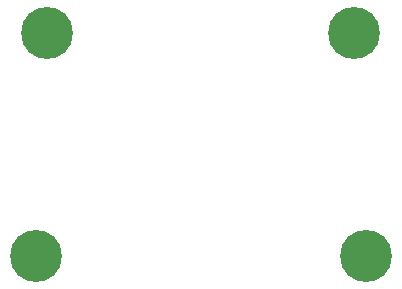
<source format=gbr>
%TF.GenerationSoftware,KiCad,Pcbnew,7.0.7*%
%TF.CreationDate,2024-07-04T01:04:12-04:00*%
%TF.ProjectId,chocV-top,63686f63-562d-4746-9f70-2e6b69636164,rev?*%
%TF.SameCoordinates,Original*%
%TF.FileFunction,Soldermask,Bot*%
%TF.FilePolarity,Negative*%
%FSLAX46Y46*%
G04 Gerber Fmt 4.6, Leading zero omitted, Abs format (unit mm)*
G04 Created by KiCad (PCBNEW 7.0.7) date 2024-07-04 01:04:12*
%MOMM*%
%LPD*%
G01*
G04 APERTURE LIST*
%ADD10C,0.700000*%
%ADD11C,4.400000*%
G04 APERTURE END LIST*
D10*
%TO.C,H1*%
X94350000Y-93000000D03*
X94833274Y-91833274D03*
X94833274Y-94166726D03*
X96000000Y-91350000D03*
D11*
X96000000Y-93000000D03*
D10*
X96000000Y-94650000D03*
X97166726Y-91833274D03*
X97166726Y-94166726D03*
X97650000Y-93000000D03*
%TD*%
%TO.C,H2*%
X121350000Y-74000000D03*
X121833274Y-72833274D03*
X121833274Y-75166726D03*
X123000000Y-72350000D03*
D11*
X123000000Y-74100000D03*
D10*
X123000000Y-75650000D03*
X124166726Y-72833274D03*
X124166726Y-75166726D03*
X124650000Y-74000000D03*
%TD*%
%TO.C,H4*%
X95350000Y-74100000D03*
X95833274Y-72933274D03*
X95833274Y-75266726D03*
X97000000Y-72450000D03*
D11*
X97000000Y-74100000D03*
D10*
X97000000Y-75750000D03*
X98166726Y-72933274D03*
X98166726Y-75266726D03*
X98650000Y-74100000D03*
%TD*%
%TO.C,H6*%
X122350000Y-93000000D03*
X122833274Y-91833274D03*
X122833274Y-94166726D03*
X124000000Y-91350000D03*
D11*
X124000000Y-93000000D03*
D10*
X124000000Y-94650000D03*
X125166726Y-91833274D03*
X125166726Y-94166726D03*
X125650000Y-93000000D03*
%TD*%
M02*

</source>
